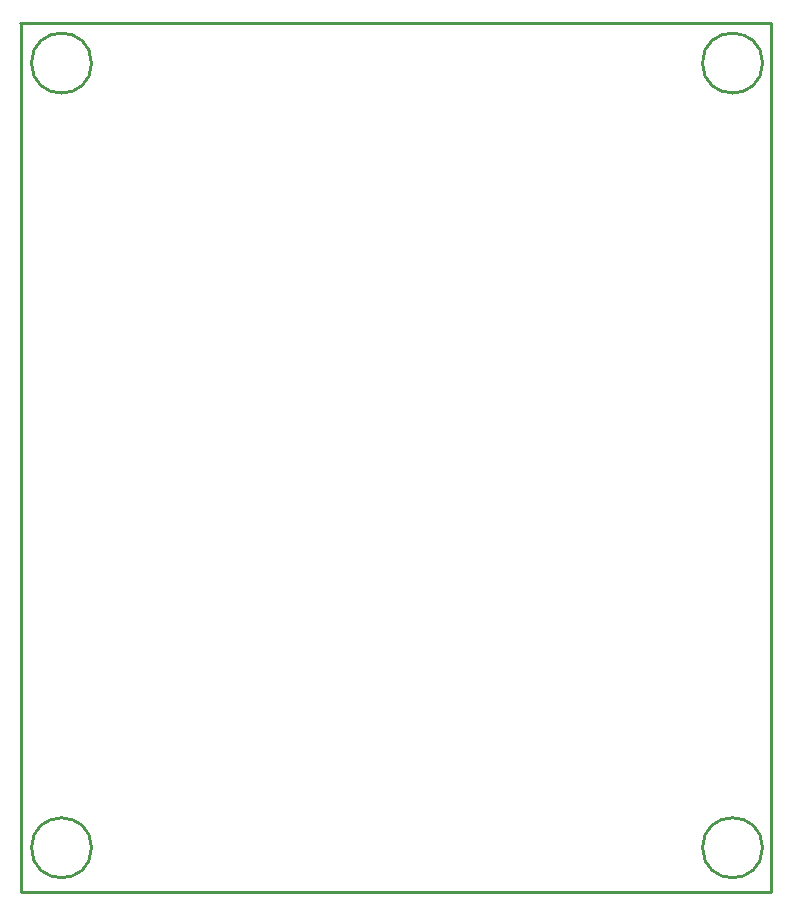
<source format=gko>
G04 Layer_Color=16711935*
%FSLAX44Y44*%
%MOMM*%
G71*
G01*
G75*
%ADD20C,0.2540*%
D20*
X267303Y799706D02*
G03*
X267303Y799706I-25400J0D01*
G01*
X835443Y799779D02*
G03*
X835443Y799779I-25400J0D01*
G01*
X267303Y135321D02*
G03*
X267303Y135321I-25400J0D01*
G01*
X835443Y135394D02*
G03*
X835443Y135394I-25400J0D01*
G01*
X207079Y833633D02*
X842833D01*
X207079D02*
X207357Y833355D01*
Y98158D02*
Y833355D01*
Y98158D02*
X842833D01*
Y833633D01*
M02*

</source>
